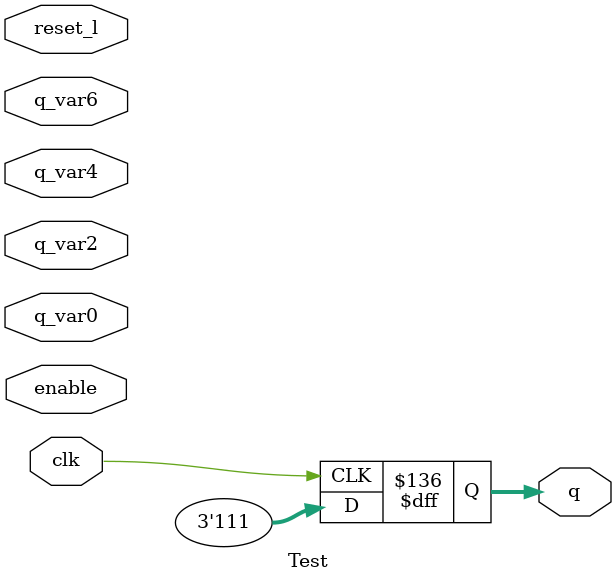
<source format=v>

module t (/*AUTOARG*/
   // Inputs
   clk
   );
   input clk;

   integer 	cyc=0;
   reg [63:0] 	crc;
   reg [63:0] 	sum;

   /*AUTOWIRE*/
   // Beginning of automatic wires (for undeclared instantiated-module outputs)
   wire [2:0]		q;			// From test of Test.v
   // End of automatics

   Test test (
	      // Outputs
	      .q			(q[2:0]),
	      // Inputs
	      .clk			(clk),
	      .reset_l			(crc[0]),
	      .enable			(crc[2]),
	      .q_var0			(crc[19:10]),
	      .q_var2			(crc[29:20]),
	      .q_var4			(crc[39:30]),
	      .q_var6			(crc[49:40])
	      /*AUTOINST*/);

   // Aggregate outputs into a single result vector
   wire [63:0] result = {61'h0,q};

   // Test loop
   always @ (posedge clk) begin
`ifdef TEST_VERBOSE
      $write("[%0t] cyc==%0d crc=%x result=%x\n",$time, cyc, crc, result);
`endif
      cyc <= cyc + 1;
      crc <= {crc[62:0], crc[63]^crc[2]^crc[0]};
      sum <= result ^ {sum[62:0],sum[63]^sum[2]^sum[0]};
      if (cyc==0) begin
	 // Setup
	 crc <= 64'h5aef0c8d_d70a4497;
      end
      else if (cyc<10) begin
	 sum <= 64'h0;
      end
      else if (cyc<90) begin
      end
      else if (cyc==99) begin
	 $write("[%0t] cyc==%0d crc=%x sum=%x\n",$time, cyc, crc, sum);
	 if (crc !== 64'hc77bb9b3784ea091) $stop;
`define EXPECTED_SUM 64'h58b162c58d6e35ba
	 if (sum !== `EXPECTED_SUM) $stop;
	 $write("*-* All Finished *-*\n");
	 $finish;
      end
   end
endmodule


module Test
  (
   input               clk,
   input               reset_l,
   input               enable,

   input       [ 9:0]  q_var0,
   input       [ 9:0]  q_var2,
   input       [ 9:0]  q_var4,
   input       [ 9:0]  q_var6,

   output reg  [2:0]   q
   );

   reg [7:0] 	       p1_r [6:0];

   always @(posedge clk) begin
      if (!reset_l) begin
         p1_r[0]       <= 'b0;
         p1_r[1]       <= 'b0;
         p1_r[2]       <= 'b0;
         p1_r[3]       <= 'b0;
         p1_r[4]       <= 'b0;
         p1_r[5]       <= 'b0;
         p1_r[6]       <= 'b0;
      end
      else if (enable) begin : pass1
         match(q_var0, q_var2, q_var4, q_var6);
      end
   end

   // verilator lint_off WIDTH
   always @(posedge clk) begin : l
      reg [10:0]  bd;
      reg [3:0]   idx;

      q = 0;
      bd = 0;
      for (idx=0; idx<7; idx=idx+1) begin
	 q       = idx+1;
	 bd    = bd + p1_r[idx];
      end
   end


   task match;
      input   [9:0]   p0, p1, p2, p3;
      reg [9:0]       p[3:0];
      begin
	 p[0]  = p0;
	 p[1]  = p1;
	 p[2]  = p2;
	 p[3]  = p3;
         p1_r[0] <= p[0];
         p1_r[1] <= p[1];
      end
   endtask
endmodule

</source>
